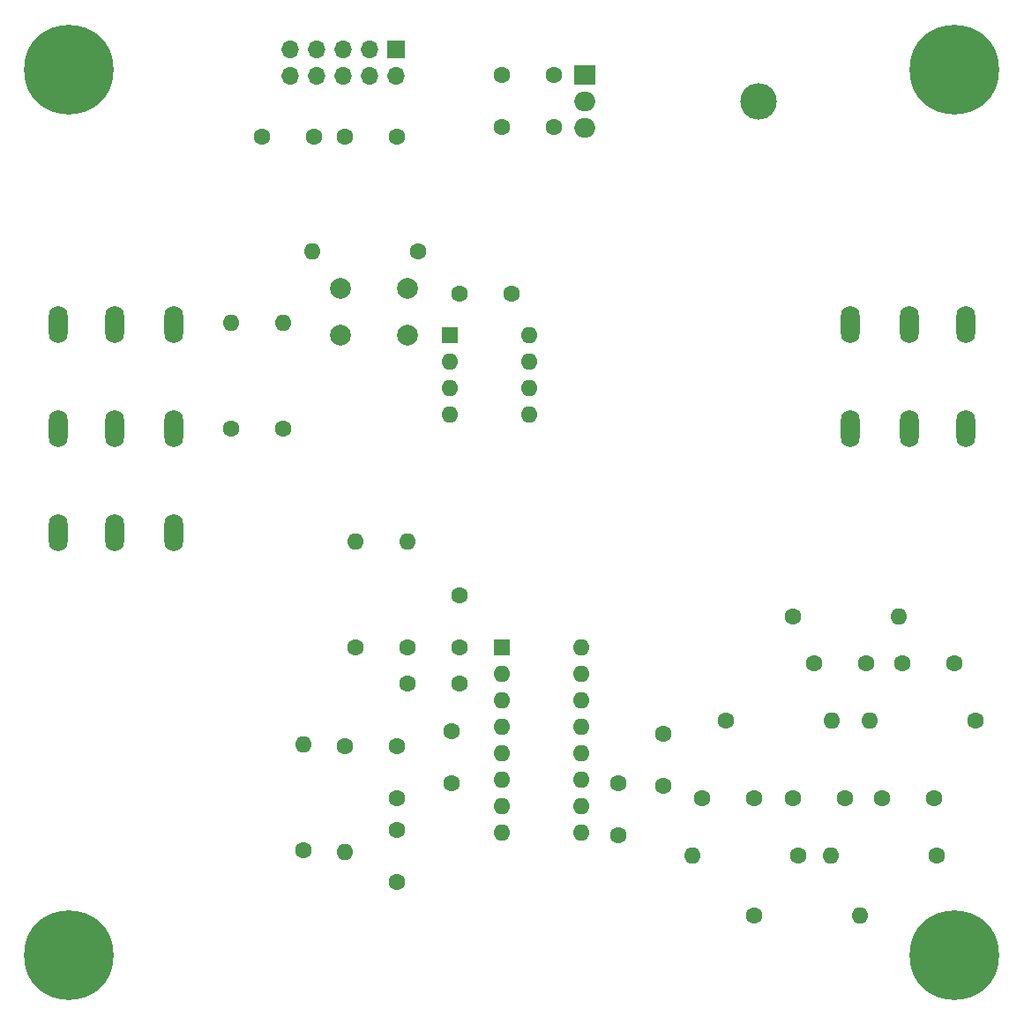
<source format=gbs>
G04 #@! TF.GenerationSoftware,KiCad,Pcbnew,(5.1.9)-1*
G04 #@! TF.CreationDate,2021-05-12T03:30:49-04:00*
G04 #@! TF.ProjectId,attiny_synth,61747469-6e79-45f7-9379-6e74682e6b69,rev?*
G04 #@! TF.SameCoordinates,Original*
G04 #@! TF.FileFunction,Soldermask,Bot*
G04 #@! TF.FilePolarity,Negative*
%FSLAX46Y46*%
G04 Gerber Fmt 4.6, Leading zero omitted, Abs format (unit mm)*
G04 Created by KiCad (PCBNEW (5.1.9)-1) date 2021-05-12 03:30:49*
%MOMM*%
%LPD*%
G01*
G04 APERTURE LIST*
%ADD10C,1.600000*%
%ADD11C,0.900000*%
%ADD12C,8.600000*%
%ADD13O,1.600000X1.600000*%
%ADD14R,1.600000X1.600000*%
%ADD15O,2.000000X1.905000*%
%ADD16R,2.000000X1.905000*%
%ADD17O,3.500000X3.500000*%
%ADD18C,2.000000*%
%ADD19O,1.800000X3.600000*%
%ADD20O,1.700000X1.700000*%
%ADD21R,1.700000X1.700000*%
G04 APERTURE END LIST*
D10*
X145250000Y-121000000D03*
X145250000Y-126000000D03*
X129250000Y-121000000D03*
X129250000Y-116000000D03*
X172500000Y-109500000D03*
X177500000Y-109500000D03*
X170500000Y-122500000D03*
X175500000Y-122500000D03*
X164000000Y-109500000D03*
X169000000Y-109500000D03*
X162000000Y-122500000D03*
X167000000Y-122500000D03*
X149500000Y-121250000D03*
X149500000Y-116250000D03*
X153250000Y-122500000D03*
X158250000Y-122500000D03*
X130000000Y-74000000D03*
X135000000Y-74000000D03*
X116000000Y-59000000D03*
X111000000Y-59000000D03*
X119000000Y-59000000D03*
X124000000Y-59000000D03*
X124000000Y-130500000D03*
X124000000Y-125500000D03*
X130000000Y-103000000D03*
X130000000Y-108000000D03*
X124000000Y-122500000D03*
X124000000Y-117500000D03*
X125000000Y-111500000D03*
X130000000Y-111500000D03*
X134000000Y-58000000D03*
X139000000Y-58000000D03*
X134000000Y-53000000D03*
X139000000Y-53000000D03*
D11*
X179780419Y-50219581D03*
X177500000Y-49275000D03*
X175219581Y-50219581D03*
X174275000Y-52500000D03*
X175219581Y-54780419D03*
X177500000Y-55725000D03*
X179780419Y-54780419D03*
X180725000Y-52500000D03*
D12*
X177500000Y-52500000D03*
D11*
X179780419Y-135219581D03*
X177500000Y-134275000D03*
X175219581Y-135219581D03*
X174275000Y-137500000D03*
X175219581Y-139780419D03*
X177500000Y-140725000D03*
X179780419Y-139780419D03*
X180725000Y-137500000D03*
D12*
X177500000Y-137500000D03*
D11*
X94780419Y-135219581D03*
X92500000Y-134275000D03*
X90219581Y-135219581D03*
X89275000Y-137500000D03*
X90219581Y-139780419D03*
X92500000Y-140725000D03*
X94780419Y-139780419D03*
X95725000Y-137500000D03*
D12*
X92500000Y-137500000D03*
D11*
X94780419Y-50219581D03*
X92500000Y-49275000D03*
X90219581Y-50219581D03*
X89275000Y-52500000D03*
X90219581Y-54780419D03*
X92500000Y-55725000D03*
X94780419Y-54780419D03*
X95725000Y-52500000D03*
D12*
X92500000Y-52500000D03*
D13*
X141620000Y-108000000D03*
X134000000Y-125780000D03*
X141620000Y-110540000D03*
X134000000Y-123240000D03*
X141620000Y-113080000D03*
X134000000Y-120700000D03*
X141620000Y-115620000D03*
X134000000Y-118160000D03*
X141620000Y-118160000D03*
X134000000Y-115620000D03*
X141620000Y-120700000D03*
X134000000Y-113080000D03*
X141620000Y-123240000D03*
X134000000Y-110540000D03*
X141620000Y-125780000D03*
D14*
X134000000Y-108000000D03*
D13*
X136620000Y-78000000D03*
X129000000Y-85620000D03*
X136620000Y-80540000D03*
X129000000Y-83080000D03*
X136620000Y-83080000D03*
X129000000Y-80540000D03*
X136620000Y-85620000D03*
D14*
X129000000Y-78000000D03*
D15*
X142000000Y-58080000D03*
X142000000Y-55540000D03*
D16*
X142000000Y-53000000D03*
D17*
X158660000Y-55540000D03*
D18*
X118500000Y-78000000D03*
X118500000Y-73500000D03*
X125000000Y-78000000D03*
X125000000Y-73500000D03*
D13*
X172160000Y-105000000D03*
D10*
X162000000Y-105000000D03*
D13*
X168410000Y-133750000D03*
D10*
X158250000Y-133750000D03*
D13*
X169340000Y-115000000D03*
D10*
X179500000Y-115000000D03*
D13*
X165590000Y-128000000D03*
D10*
X175750000Y-128000000D03*
D13*
X165660000Y-115000000D03*
D10*
X155500000Y-115000000D03*
D13*
X152340000Y-128000000D03*
D10*
X162500000Y-128000000D03*
D13*
X119000000Y-127660000D03*
D10*
X119000000Y-117500000D03*
D13*
X125000000Y-97840000D03*
D10*
X125000000Y-108000000D03*
D13*
X115000000Y-117340000D03*
D10*
X115000000Y-127500000D03*
D13*
X120000000Y-97840000D03*
D10*
X120000000Y-108000000D03*
D13*
X113000000Y-76840000D03*
D10*
X113000000Y-87000000D03*
D13*
X108000000Y-76840000D03*
D10*
X108000000Y-87000000D03*
D13*
X115840000Y-70000000D03*
D10*
X126000000Y-70000000D03*
D19*
X167450000Y-87000000D03*
X173150000Y-87000000D03*
X178550000Y-87000000D03*
X167450000Y-77000000D03*
X173150000Y-77000000D03*
X178550000Y-77000000D03*
X102550000Y-97000000D03*
X96850000Y-97000000D03*
X91450000Y-97000000D03*
X102550000Y-87000000D03*
X96850000Y-87000000D03*
X91450000Y-87000000D03*
X102550000Y-77000000D03*
X96850000Y-77000000D03*
X91450000Y-77000000D03*
D20*
X113750000Y-53130000D03*
X113750000Y-50590000D03*
X116290000Y-53130000D03*
X116290000Y-50590000D03*
X118830000Y-53130000D03*
X118830000Y-50590000D03*
X121370000Y-53130000D03*
X121370000Y-50590000D03*
X123910000Y-53130000D03*
D21*
X123910000Y-50590000D03*
M02*

</source>
